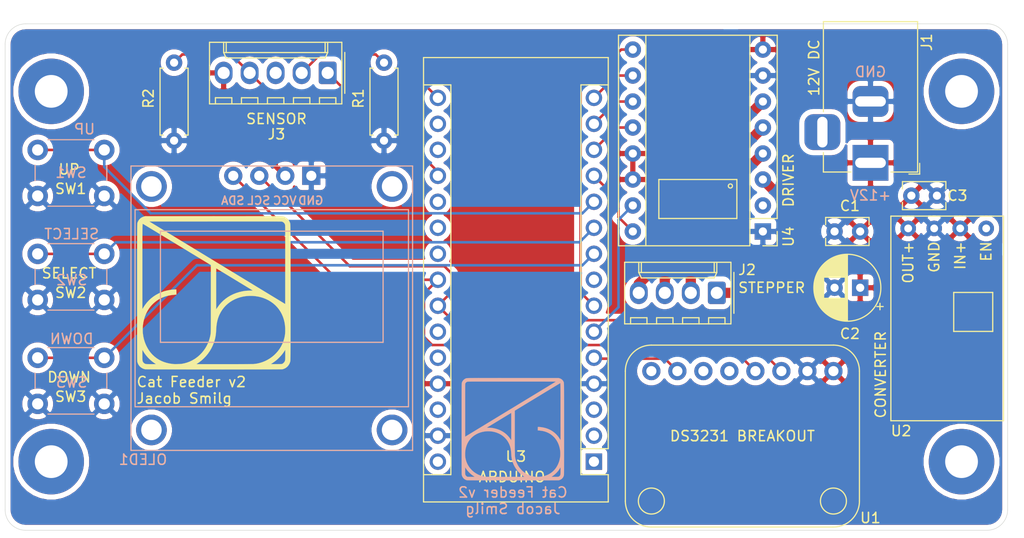
<source format=kicad_pcb>
(kicad_pcb (version 20171130) (host pcbnew "(5.1.10)-1")
  (layers (0 F.Cu signal) (31 B.Cu signal) (34 B.Paste user) (35 F.Paste user) (36 B.SilkS user) (37 F.SilkS user) (38 B.Mask user) (39 F.Mask user) (44 Edge.Cuts user))
  (net 0 "")
  (net 1 SENSOR)
  (net 2 +5V)
  (net 3 M2)
  (net 4 GND)
  (net 5 M1)
  (net 6 M0)
  (net 7 DOWN)
  (net 8 SELECT)
  (net 9 UP)
  (net 10 SCL)
  (net 11 SENSOR_ACTIVE)
  (net 12 SDA)
  (net 13 DIR)
  (net 14 STEP)
  (net 15 +12V)
  (net 16 "Net-(J3-Pad3)")
  (net 17 "Net-(J3-Pad2)")
  (net 18 "Net-(U1-Pad5)")
  (net 19 "Net-(U1-Pad6)")
  (net 20 "Net-(U1-Pad8)")
  (net 21 "Net-(U2-Pad4)")
  (net 22 1HZ_INT)
  (net 23 "Net-(J2-Pad4)")
  (net 24 "Net-(J2-Pad3)")
  (net 25 "Net-(J2-Pad2)")
  (net 26 "Net-(J2-Pad1)")
  (net 27 "Net-(U3-Pad1)")
  (net 28 "Net-(U3-Pad17)")
  (net 29 "Net-(U3-Pad2)")
  (net 30 "Net-(U3-Pad18)")
  (net 31 "Net-(U3-Pad3)")
  (net 32 "Net-(U3-Pad20)")
  (net 33 "Net-(U3-Pad21)")
  (net 34 "Net-(U3-Pad22)")
  (net 35 "Net-(U3-Pad8)")
  (net 36 "Net-(U3-Pad25)")
  (net 37 "Net-(U3-Pad26)")
  (net 38 "Net-(U3-Pad28)")
  (net 39 "Net-(U4-Pad2)")
  (net 40 STEPPER_EN)
  (net 41 "Net-(U3-Pad30)")
  (module @CatFeeder:logo_15mm (layer F.Cu) (at 92.075 121.285)
    (fp_text reference G*** hide)
    (fp_text value LOGO hide)
  )
  (module @CatFeeder:logo_10mm (layer B.Cu) (at 121.285 134.62 180)
    (fp_text reference G*** hide)
    (fp_text value LOGO hide)
  )
  (module @CatFeeder:BuckConverterBreakout (layer F.Cu) (at 163.7 123.795 90)
    (fp_text reference U2 (at -11 -4.5) (layer F.SilkS))
    (fp_text value BuckConverter)
    (fp_text user EN (at 7.62 3.81 90) (layer F.SilkS) (effects (justify right)))
    (fp_text user OUT+ (at 7.62 -3.81 90) (layer F.SilkS) (effects (justify right)))
    (fp_text user GND (at 7.62 -1.27 90) (layer F.SilkS) (effects (justify right)))
    (fp_text user IN+ (at 7.62 1.27 90) (layer F.SilkS) (effects (justify right)))
    (pad 3 thru_hole circle (at 8.8 1.27 90) (size 1.524 1.524) (drill 0.762) (layers *.Cu *.Mask) (net 15 +12V))
    (pad 4 thru_hole circle (at 8.8 3.81 90) (size 1.524 1.524) (drill 0.762) (layers *.Cu *.Mask) (net 21 "Net-(U2-Pad4)"))
    (pad 2 thru_hole circle (at 8.8 -1.27 90) (size 1.524 1.524) (drill 0.762) (layers *.Cu *.Mask) (net 4 GND))
    (pad 1 thru_hole circle (at 8.8 -3.81 90) (size 1.524 1.524) (drill 0.762) (layers *.Cu *.Mask) (net 2 +5V))
  )
  (module Module:Arduino_Nano (layer F.Cu) (at 129.2 137.795 180)
    (fp_text reference U3 (at 7.62 0.5) (layer F.SilkS))
    (fp_text value Arduino_Nano_v3.x)
    (pad 16 thru_hole oval (at 15.24 35.56 180) (size 1.6 1.6) (drill 1) (layers *.Cu *.Mask) (net 11 SENSOR_ACTIVE))
    (pad 15 thru_hole oval (at 0 35.56 180) (size 1.6 1.6) (drill 1) (layers *.Cu *.Mask) (net 6 M0))
    (pad 30 thru_hole oval (at 15.24 0 180) (size 1.6 1.6) (drill 1) (layers *.Cu *.Mask) (net 41 "Net-(U3-Pad30)"))
    (pad 14 thru_hole oval (at 0 33.02 180) (size 1.6 1.6) (drill 1) (layers *.Cu *.Mask) (net 5 M1))
    (pad 29 thru_hole oval (at 15.24 2.54 180) (size 1.6 1.6) (drill 1) (layers *.Cu *.Mask) (net 4 GND))
    (pad 13 thru_hole oval (at 0 30.48 180) (size 1.6 1.6) (drill 1) (layers *.Cu *.Mask) (net 3 M2))
    (pad 28 thru_hole oval (at 15.24 5.08 180) (size 1.6 1.6) (drill 1) (layers *.Cu *.Mask) (net 38 "Net-(U3-Pad28)"))
    (pad 12 thru_hole oval (at 0 27.94 180) (size 1.6 1.6) (drill 1) (layers *.Cu *.Mask) (net 13 DIR))
    (pad 27 thru_hole oval (at 15.24 7.62 180) (size 1.6 1.6) (drill 1) (layers *.Cu *.Mask) (net 2 +5V))
    (pad 11 thru_hole oval (at 0 25.4 180) (size 1.6 1.6) (drill 1) (layers *.Cu *.Mask) (net 9 UP))
    (pad 26 thru_hole oval (at 15.24 10.16 180) (size 1.6 1.6) (drill 1) (layers *.Cu *.Mask) (net 37 "Net-(U3-Pad26)"))
    (pad 10 thru_hole oval (at 0 22.86 180) (size 1.6 1.6) (drill 1) (layers *.Cu *.Mask) (net 8 SELECT))
    (pad 25 thru_hole oval (at 15.24 12.7 180) (size 1.6 1.6) (drill 1) (layers *.Cu *.Mask) (net 36 "Net-(U3-Pad25)"))
    (pad 9 thru_hole oval (at 0 20.32 180) (size 1.6 1.6) (drill 1) (layers *.Cu *.Mask) (net 7 DOWN))
    (pad 24 thru_hole oval (at 15.24 15.24 180) (size 1.6 1.6) (drill 1) (layers *.Cu *.Mask) (net 10 SCL))
    (pad 8 thru_hole oval (at 0 17.78 180) (size 1.6 1.6) (drill 1) (layers *.Cu *.Mask) (net 35 "Net-(U3-Pad8)"))
    (pad 23 thru_hole oval (at 15.24 17.78 180) (size 1.6 1.6) (drill 1) (layers *.Cu *.Mask) (net 12 SDA))
    (pad 7 thru_hole oval (at 0 15.24 180) (size 1.6 1.6) (drill 1) (layers *.Cu *.Mask) (net 40 STEPPER_EN))
    (pad 22 thru_hole oval (at 15.24 20.32 180) (size 1.6 1.6) (drill 1) (layers *.Cu *.Mask) (net 34 "Net-(U3-Pad22)"))
    (pad 6 thru_hole oval (at 0 12.7 180) (size 1.6 1.6) (drill 1) (layers *.Cu *.Mask) (net 14 STEP))
    (pad 21 thru_hole oval (at 15.24 22.86 180) (size 1.6 1.6) (drill 1) (layers *.Cu *.Mask) (net 33 "Net-(U3-Pad21)"))
    (pad 5 thru_hole oval (at 0 10.16 180) (size 1.6 1.6) (drill 1) (layers *.Cu *.Mask) (net 22 1HZ_INT))
    (pad 20 thru_hole oval (at 15.24 25.4 180) (size 1.6 1.6) (drill 1) (layers *.Cu *.Mask) (net 32 "Net-(U3-Pad20)"))
    (pad 4 thru_hole oval (at 0 7.62 180) (size 1.6 1.6) (drill 1) (layers *.Cu *.Mask) (net 4 GND))
    (pad 19 thru_hole oval (at 15.24 27.94 180) (size 1.6 1.6) (drill 1) (layers *.Cu *.Mask) (net 1 SENSOR))
    (pad 3 thru_hole oval (at 0 5.08 180) (size 1.6 1.6) (drill 1) (layers *.Cu *.Mask) (net 31 "Net-(U3-Pad3)"))
    (pad 18 thru_hole oval (at 15.24 30.48 180) (size 1.6 1.6) (drill 1) (layers *.Cu *.Mask) (net 30 "Net-(U3-Pad18)"))
    (pad 2 thru_hole oval (at 0 2.54 180) (size 1.6 1.6) (drill 1) (layers *.Cu *.Mask) (net 29 "Net-(U3-Pad2)"))
    (pad 17 thru_hole oval (at 15.24 33.02 180) (size 1.6 1.6) (drill 1) (layers *.Cu *.Mask) (net 28 "Net-(U3-Pad17)"))
    (pad 1 thru_hole rect (at 0 0 180) (size 1.6 1.6) (drill 1) (layers *.Cu *.Mask) (net 27 "Net-(U3-Pad1)"))
  )
  (module @CatFeeder:DRV8825Breakout (layer F.Cu) (at 145.7 115.295 180)
    (fp_text reference U4 (at -2.5 -0.5 90) (layer F.SilkS))
    (fp_text value DRV8825)
    (pad 16 thru_hole oval (at 12.7 0 180) (size 1.6 1.6) (drill 0.8) (layers *.Cu *.Mask) (net 13 DIR))
    (pad 8 thru_hole oval (at 0 17.78 180) (size 1.6 1.6) (drill 0.8) (layers *.Cu *.Mask) (net 15 +12V))
    (pad 15 thru_hole oval (at 12.7 2.54 180) (size 1.6 1.6) (drill 0.8) (layers *.Cu *.Mask) (net 14 STEP))
    (pad 7 thru_hole oval (at 0 15.24 180) (size 1.6 1.6) (drill 0.8) (layers *.Cu *.Mask) (net 4 GND))
    (pad 14 thru_hole oval (at 12.7 5.08 180) (size 1.6 1.6) (drill 0.8) (layers *.Cu *.Mask) (net 2 +5V))
    (pad 6 thru_hole oval (at 0 12.7 180) (size 1.6 1.6) (drill 0.8) (layers *.Cu *.Mask) (net 23 "Net-(J2-Pad4)"))
    (pad 13 thru_hole oval (at 12.7 7.62 180) (size 1.6 1.6) (drill 0.8) (layers *.Cu *.Mask) (net 2 +5V))
    (pad 5 thru_hole oval (at 0 10.16 180) (size 1.6 1.6) (drill 0.8) (layers *.Cu *.Mask) (net 24 "Net-(J2-Pad3)"))
    (pad 12 thru_hole oval (at 12.7 10.16 180) (size 1.6 1.6) (drill 0.8) (layers *.Cu *.Mask) (net 3 M2))
    (pad 4 thru_hole oval (at 0 7.62 180) (size 1.6 1.6) (drill 0.8) (layers *.Cu *.Mask) (net 25 "Net-(J2-Pad2)"))
    (pad 11 thru_hole oval (at 12.7 12.7 180) (size 1.6 1.6) (drill 0.8) (layers *.Cu *.Mask) (net 5 M1))
    (pad 3 thru_hole oval (at 0 5.08 180) (size 1.6 1.6) (drill 0.8) (layers *.Cu *.Mask) (net 26 "Net-(J2-Pad1)"))
    (pad 10 thru_hole oval (at 12.7 15.24 180) (size 1.6 1.6) (drill 0.8) (layers *.Cu *.Mask) (net 6 M0))
    (pad 2 thru_hole oval (at 0 2.54 180) (size 1.6 1.6) (drill 0.8) (layers *.Cu *.Mask) (net 39 "Net-(U4-Pad2)"))
    (pad 9 thru_hole oval (at 12.7 17.78 180) (size 1.6 1.6) (drill 0.8) (layers *.Cu *.Mask) (net 40 STEPPER_EN))
    (pad 1 thru_hole rect (at 0 0 180) (size 1.6 1.6) (drill 0.8) (layers *.Cu *.Mask) (net 4 GND))
  )
  (module MountingHole:MountingHole_3.2mm_M3_Pad (layer F.Cu) (at 165.1 137.795)
    (fp_text reference REF** hide)
    (fp_text value MountingHole_3.2mm_M3_Pad hide)
    (pad 1 thru_hole circle (at 0 0) (size 6.4 6.4) (drill 3.2) (layers *.Cu *.Mask))
  )
  (module MountingHole:MountingHole_3.2mm_M3_Pad (layer F.Cu) (at 76.2 137.795)
    (fp_text reference REF** hide)
    (fp_text value MountingHole_3.2mm_M3_Pad hide)
    (pad 1 thru_hole circle (at 0 0) (size 6.4 6.4) (drill 3.2) (layers *.Cu *.Mask))
  )
  (module MountingHole:MountingHole_3.2mm_M3_Pad (layer F.Cu) (at 165.1 101.6)
    (fp_text reference REF** hide)
    (fp_text value MountingHole_3.2mm_M3_Pad hide)
    (pad 1 thru_hole circle (at 0 0) (size 6.4 6.4) (drill 3.2) (layers *.Cu *.Mask))
  )
  (module MountingHole:MountingHole_3.2mm_M3_Pad (layer F.Cu) (at 76.2 101.6)
    (fp_text reference REF** hide)
    (fp_text value MountingHole_3.2mm_M3_Pad hide)
    (pad 1 thru_hole circle (at 0 0) (size 6.4 6.4) (drill 3.2) (layers *.Cu *.Mask))
  )
  (module @CatFeeder:i2cOLED (layer B.Cu) (at 97.74 122.796 180)
    (fp_text reference OLED1 (at 12.5798 -14.8036) (layer B.SilkS) (effects (justify mirror)))
    (fp_text value I2COLEDDisplay)
    (fp_text user GND (at -3.81 10.522 180) (layer B.SilkS) (effects (font (size 0.8 0.8)) (justify mirror)))
    (fp_text user VCC (at -1.27 10.522 180) (layer B.SilkS) (effects (font (size 0.8 0.8)) (justify mirror)))
    (fp_text user SCL (at 1.27 10.522 180) (layer B.SilkS) (effects (font (size 0.8 0.8)) (justify mirror)))
    (fp_text user SDA (at 3.81 10.522 180) (layer B.SilkS) (effects (font (size 0.8 0.8)) (justify mirror)))
    (pad 4 thru_hole circle (at 3.76 12.941 180) (size 1.778 1.778) (drill 0.9906) (layers *.Cu *.Mask) (net 12 SDA))
    (pad 3 thru_hole circle (at 1.22 12.941 180) (size 1.778 1.778) (drill 0.9906) (layers *.Cu *.Mask) (net 10 SCL))
    (pad 2 thru_hole circle (at -1.32 12.941 180) (size 1.778 1.778) (drill 0.9906) (layers *.Cu *.Mask) (net 2 +5V))
    (pad 1 thru_hole rect (at -3.86 12.941 180) (size 1.778 1.778) (drill 0.9906) (layers *.Cu *.Mask) (net 4 GND))
    (pad "" thru_hole circle (at -11.75 11.9 180) (size 3 3) (drill 2) (layers *.Cu *.Mask))
    (pad "" thru_hole circle (at -11.75 -11.9 180) (size 3 3) (drill 2) (layers *.Cu *.Mask))
    (pad "" thru_hole circle (at 11.75 -11.9 180) (size 3 3) (drill 2) (layers *.Cu *.Mask))
    (pad "" thru_hole circle (at 11.75 11.9 180) (size 3 3) (drill 2) (layers *.Cu *.Mask))
  )
  (module @CatFeeder:DS3231Breakout (layer F.Cu) (at 143.7 135.295 180)
    (fp_text reference U1 (at -12.5 -8) (layer F.SilkS))
    (fp_text value "DS3231 BREAKOUT")
    (fp_text user "DS3231 BREAKOUT" (at 0 0) (layer F.SilkS))
    (pad 1 thru_hole circle (at -8.89 6.35 180) (size 1.778 1.778) (drill 0.9906) (layers *.Cu *.Mask) (net 2 +5V))
    (pad 2 thru_hole circle (at -6.35 6.35 180) (size 1.778 1.778) (drill 0.9906) (layers *.Cu *.Mask) (net 4 GND))
    (pad 3 thru_hole circle (at -3.81 6.35 180) (size 1.778 1.778) (drill 0.9906) (layers *.Cu *.Mask) (net 10 SCL))
    (pad 4 thru_hole circle (at -1.27 6.35 180) (size 1.778 1.778) (drill 0.9906) (layers *.Cu *.Mask) (net 12 SDA))
    (pad 5 thru_hole circle (at 1.27 6.35 180) (size 1.778 1.778) (drill 0.9906) (layers *.Cu *.Mask) (net 18 "Net-(U1-Pad5)"))
    (pad 6 thru_hole circle (at 3.81 6.35 180) (size 1.778 1.778) (drill 0.9906) (layers *.Cu *.Mask) (net 19 "Net-(U1-Pad6)"))
    (pad 7 thru_hole circle (at 6.35 6.35 180) (size 1.778 1.778) (drill 0.9906) (layers *.Cu *.Mask) (net 22 1HZ_INT))
    (pad 8 thru_hole circle (at 8.89 6.35 180) (size 1.778 1.778) (drill 0.9906) (layers *.Cu *.Mask) (net 20 "Net-(U1-Pad8)"))
  )
  (module Button_Switch_THT:SW_PUSH_6mm (layer B.Cu) (at 74.8804 132.1456)
    (fp_text reference SW3 (at 3.3196 -2.1006) (layer B.SilkS) (effects (justify mirror)))
    (fp_text value DOWN)
    (pad 1 thru_hole circle (at 6.5 0 270) (size 2 2) (drill 1.1) (layers *.Cu *.Mask) (net 4 GND))
    (pad 2 thru_hole circle (at 6.5 -4.5 270) (size 2 2) (drill 1.1) (layers *.Cu *.Mask) (net 7 DOWN))
    (pad 1 thru_hole circle (at 0 0 270) (size 2 2) (drill 1.1) (layers *.Cu *.Mask) (net 4 GND))
    (pad 2 thru_hole circle (at 0 -4.5 270) (size 2 2) (drill 1.1) (layers *.Cu *.Mask) (net 7 DOWN))
  )
  (module Button_Switch_THT:SW_PUSH_6mm (layer B.Cu) (at 74.8804 121.9856)
    (fp_text reference SW2 (at 3.3196 -1.9406) (layer B.SilkS) (effects (justify mirror)))
    (fp_text value SELECT)
    (pad 1 thru_hole circle (at 6.5 0 270) (size 2 2) (drill 1.1) (layers *.Cu *.Mask) (net 4 GND))
    (pad 2 thru_hole circle (at 6.5 -4.5 270) (size 2 2) (drill 1.1) (layers *.Cu *.Mask) (net 8 SELECT))
    (pad 1 thru_hole circle (at 0 0 270) (size 2 2) (drill 1.1) (layers *.Cu *.Mask) (net 4 GND))
    (pad 2 thru_hole circle (at 0 -4.5 270) (size 2 2) (drill 1.1) (layers *.Cu *.Mask) (net 8 SELECT))
  )
  (module Button_Switch_THT:SW_PUSH_6mm (layer B.Cu) (at 74.8804 111.8256)
    (fp_text reference SW1 (at 3.25 -2.2806) (layer B.SilkS) (effects (justify mirror)))
    (fp_text value UP)
    (pad 1 thru_hole circle (at 6.5 0 270) (size 2 2) (drill 1.1) (layers *.Cu *.Mask) (net 4 GND))
    (pad 2 thru_hole circle (at 6.5 -4.5 270) (size 2 2) (drill 1.1) (layers *.Cu *.Mask) (net 9 UP))
    (pad 1 thru_hole circle (at 0 0 270) (size 2 2) (drill 1.1) (layers *.Cu *.Mask) (net 4 GND))
    (pad 2 thru_hole circle (at 0 -4.5 270) (size 2 2) (drill 1.1) (layers *.Cu *.Mask) (net 9 UP))
  )
  (module Resistor_THT:R_Axial_DIN0207_L6.3mm_D2.5mm_P7.62mm_Horizontal (layer F.Cu) (at 88.2 98.795 270)
    (fp_text reference R2 (at 3.5 2.5 90) (layer F.SilkS))
    (fp_text value 100KΩ)
    (pad 2 thru_hole oval (at 7.62 0 270) (size 1.6 1.6) (drill 0.8) (layers *.Cu *.Mask) (net 4 GND))
    (pad 1 thru_hole circle (at 0 0 270) (size 1.6 1.6) (drill 0.8) (layers *.Cu *.Mask) (net 1 SENSOR))
  )
  (module Resistor_THT:R_Axial_DIN0207_L6.3mm_D2.5mm_P7.62mm_Horizontal (layer F.Cu) (at 108.7 98.795 270)
    (fp_text reference R1 (at 3.5 2.5 90) (layer F.SilkS))
    (fp_text value 100Ω)
    (pad 2 thru_hole oval (at 7.62 0 270) (size 1.6 1.6) (drill 0.8) (layers *.Cu *.Mask) (net 4 GND))
    (pad 1 thru_hole circle (at 0 0 270) (size 1.6 1.6) (drill 0.8) (layers *.Cu *.Mask) (net 17 "Net-(J3-Pad2)"))
  )
  (module Connector_Molex:Molex_KK-254_AE-6410-05A_1x05_P2.54mm_Vertical (layer F.Cu) (at 103.2 99.795 180)
    (fp_text reference J3 (at 5 -6) (layer F.SilkS))
    (fp_text value OP740WZ)
    (pad 5 thru_hole oval (at 10.16 0 180) (size 1.74 2.19) (drill 1.19) (layers *.Cu *.Mask) (net 2 +5V))
    (pad 4 thru_hole oval (at 7.62 0 180) (size 1.74 2.19) (drill 1.19) (layers *.Cu *.Mask) (net 1 SENSOR))
    (pad 3 thru_hole oval (at 5.08 0 180) (size 1.74 2.19) (drill 1.19) (layers *.Cu *.Mask) (net 16 "Net-(J3-Pad3)"))
    (pad 2 thru_hole oval (at 2.54 0 180) (size 1.74 2.19) (drill 1.19) (layers *.Cu *.Mask) (net 17 "Net-(J3-Pad2)"))
    (pad 1 thru_hole roundrect (at 0 0 180) (size 1.74 2.19) (drill 1.19) (layers *.Cu *.Mask) (roundrect_rratio 0.1436775862068966) (net 11 SENSOR_ACTIVE))
  )
  (module Connector_Molex:Molex_KK-254_AE-6410-04A_1x04_P2.54mm_Vertical (layer F.Cu) (at 141.2 121.295 180)
    (fp_text reference J2 (at -2 2.25) (layer F.SilkS) (effects (justify left)))
    (fp_text value STEPPER)
    (pad 4 thru_hole oval (at 7.62 0 180) (size 1.74 2.19) (drill 1.19) (layers *.Cu *.Mask) (net 23 "Net-(J2-Pad4)"))
    (pad 3 thru_hole oval (at 5.08 0 180) (size 1.74 2.19) (drill 1.19) (layers *.Cu *.Mask) (net 24 "Net-(J2-Pad3)"))
    (pad 2 thru_hole oval (at 2.54 0 180) (size 1.74 2.19) (drill 1.19) (layers *.Cu *.Mask) (net 25 "Net-(J2-Pad2)"))
    (pad 1 thru_hole roundrect (at 0 0 180) (size 1.74 2.19) (drill 1.19) (layers *.Cu *.Mask) (roundrect_rratio 0.1436775862068966) (net 26 "Net-(J2-Pad1)"))
  )
  (module Connector_BarrelJack:BarrelJack_Horizontal (layer F.Cu) (at 156.21 108.585 270)
    (fp_text reference J1 (at -11.79 -5.49 90) (layer F.SilkS))
    (fp_text value Barrel_Jack)
    (pad 3 thru_hole roundrect (at -3 4.7 270) (size 3.5 3.5) (drill oval 3 1) (layers *.Cu *.Mask))
    (pad 2 thru_hole roundrect (at -6 0 270) (size 3 3.5) (drill oval 1 3) (layers *.Cu *.Mask) (net 4 GND))
    (pad 1 thru_hole rect (at 0 0 270) (size 3.5 3.5) (drill oval 1 3) (layers *.Cu *.Mask) (net 15 +12V))
  )
  (module Capacitor_THT:C_Rect_L4.0mm_W2.5mm_P2.50mm (layer F.Cu) (at 160.2 111.795)
    (fp_text reference C3 (at 4.5 0 180) (layer F.SilkS))
    (fp_text value 0.1μF)
    (pad 1 thru_hole circle (at 0 0) (size 1.6 1.6) (drill 0.8) (layers *.Cu *.Mask) (net 2 +5V))
    (pad 2 thru_hole circle (at 2.5 0) (size 1.6 1.6) (drill 0.8) (layers *.Cu *.Mask) (net 4 GND))
  )
  (module Capacitor_THT:CP_Radial_D6.3mm_P2.50mm (layer F.Cu) (at 155.2 120.795 180)
    (fp_text reference C2 (at 1 -4.5 180) (layer F.SilkS))
    (fp_text value 100μF)
    (pad 2 thru_hole circle (at 2.5 0 180) (size 1.6 1.6) (drill 0.8) (layers *.Cu *.Mask) (net 4 GND))
    (pad 1 thru_hole rect (at 0 0 180) (size 1.6 1.6) (drill 0.8) (layers *.Cu *.Mask) (net 15 +12V))
  )
  (module Capacitor_THT:C_Rect_L4.0mm_W2.5mm_P2.50mm (layer F.Cu) (at 155.2 115.295 180)
    (fp_text reference C1 (at 1 2.5 180) (layer F.SilkS))
    (fp_text value 0.1μF)
    (pad 1 thru_hole circle (at 0 0 180) (size 1.6 1.6) (drill 0.8) (layers *.Cu *.Mask) (net 15 +12V))
    (pad 2 thru_hole circle (at 2.5 0 180) (size 1.6 1.6) (drill 0.8) (layers *.Cu *.Mask) (net 4 GND))
  )
  (gr_text SW3 (at 78.105 131.445) (layer F.SilkS) (effects (font (size 1 1))))
  (gr_text SW2 (at 78.105 121.285) (layer F.SilkS) (effects (font (size 1 1))))
  (gr_text SW1 (at 78.105 111.125) (layer F.SilkS) (effects (font (size 1 1))))
  (gr_text GND (at 156.21 99.695) (layer B.SilkS) (effects (font (size 1 1)) (justify mirror)))
  (gr_text +12V (at 156.21 111.76) (layer B.SilkS) (effects (font (size 1 1)) (justify mirror)))
  (gr_text CONVERTER (at 157.2 129.295 90) (layer F.SilkS) (effects (font (size 1 1))))
  (gr_arc (start 73.7 142.5) (end 71.7 142.5) (angle -90) (layer Edge.Cuts) (width 0.05))
  (gr_arc (start 73.7 97) (end 73.7 95) (angle -90) (layer Edge.Cuts) (width 0.05))
  (gr_arc (start 167.6 97) (end 169.6 97) (angle -90) (layer Edge.Cuts) (width 0.05))
  (gr_arc (start 167.6 142.5) (end 169.6 142.5) (angle 90) (layer Edge.Cuts) (width 0.05))
  (gr_text "Cat Feeder v2\nJacob Smilg" (at 121.285 141.605) (layer B.SilkS) (effects (font (size 1 1)) (justify mirror)))
  (gr_text "Cat Feeder v2\nJacob Smilg" (at 84.455 130.81) (layer F.SilkS) (effects (font (size 1 1)) (justify left)))
  (gr_text DOWN (at 77.95 129.54) (layer F.SilkS) (effects (font (size 1 1))))
  (gr_text SELECT (at 77.95 119.38) (layer F.SilkS) (effects (font (size 1 1))))
  (gr_text UP (at 77.95 109.22) (layer F.SilkS) (effects (font (size 1 1))))
  (gr_text UP (at 79.45 105.295) (layer B.SilkS) (effects (font (size 1 1)) (justify mirror)))
  (gr_text SELECT (at 78.2 115.545) (layer B.SilkS) (effects (font (size 1 1)) (justify mirror)))
  (gr_text DOWN (at 78.2 125.795) (layer B.SilkS) (effects (font (size 1 1)) (justify mirror)))
  (gr_text "12V DC" (at 150.7 99.295 90) (layer F.SilkS) (effects (font (size 1 1))))
  (gr_text DRIVER (at 148.2 110.295 90) (layer F.SilkS) (effects (font (size 1 1))))
  (gr_text STEPPER (at 143.2 120.795) (layer F.SilkS) (effects (font (size 1 1)) (justify left)))
  (gr_text ARDUINO (at 121.2 139.295) (layer F.SilkS) (effects (font (size 1 1))))
  (gr_text SENSOR (at 98.2 104.295) (layer F.SilkS) (effects (font (size 1 1))))
  (gr_line (start 167.6 95) (end 73.7 95) (layer Edge.Cuts) (width 0.05))
  (gr_line (start 169.6 142.5) (end 169.6 97) (layer Edge.Cuts) (width 0.05))
  (gr_line (start 73.7 144.5) (end 167.6 144.5) (layer Edge.Cuts) (width 0.05))
  (gr_line (start 71.7 97) (end 71.7 142.5) (layer Edge.Cuts) (width 0.05))
  (segment (start 93.780001 97.995001) (end 95.58 99.795) (width 0.25) (layer F.Cu) (net 1))
  (segment (start 88.999999 97.995001) (end 93.780001 97.995001) (width 0.25) (layer F.Cu) (net 1))
  (segment (start 88.2 98.795) (end 88.999999 97.995001) (width 0.25) (layer F.Cu) (net 1))
  (segment (start 113.96 109.455) (end 113.96 109.855) (width 0.25) (layer F.Cu) (net 1))
  (segment (start 106.2 101.695) (end 113.96 109.455) (width 0.25) (layer F.Cu) (net 1))
  (segment (start 97.48 101.695) (end 106.2 101.695) (width 0.25) (layer F.Cu) (net 1))
  (segment (start 95.58 99.795) (end 97.48 101.695) (width 0.25) (layer F.Cu) (net 1))
  (segment (start 131.38 105.135) (end 129.2 107.315) (width 0.25) (layer F.Cu) (net 3))
  (segment (start 133 105.135) (end 131.38 105.135) (width 0.25) (layer F.Cu) (net 3))
  (segment (start 131.38 102.595) (end 129.2 104.775) (width 0.25) (layer F.Cu) (net 5))
  (segment (start 133 102.595) (end 131.38 102.595) (width 0.25) (layer F.Cu) (net 5))
  (segment (start 131.38 100.055) (end 129.2 102.235) (width 0.25) (layer F.Cu) (net 6))
  (segment (start 133 100.055) (end 131.38 100.055) (width 0.25) (layer F.Cu) (net 6))
  (segment (start 90.425999 118.600001) (end 81.3804 127.6456) (width 0.25) (layer B.Cu) (net 7))
  (segment (start 128.074999 118.600001) (end 90.425999 118.600001) (width 0.25) (layer B.Cu) (net 7))
  (segment (start 129.2 117.475) (end 128.074999 118.600001) (width 0.25) (layer B.Cu) (net 7))
  (segment (start 81.3804 127.6456) (end 74.8804 127.6456) (width 0.25) (layer F.Cu) (net 7))
  (segment (start 82.516001 116.349999) (end 81.3804 117.4856) (width 0.25) (layer B.Cu) (net 8))
  (segment (start 127.785001 116.349999) (end 82.516001 116.349999) (width 0.25) (layer B.Cu) (net 8))
  (segment (start 129.2 114.935) (end 127.785001 116.349999) (width 0.25) (layer B.Cu) (net 8))
  (segment (start 74.8804 117.4856) (end 81.3804 117.4856) (width 0.25) (layer F.Cu) (net 8))
  (segment (start 85.912999 113.520001) (end 81.3804 108.987402) (width 0.25) (layer B.Cu) (net 9))
  (segment (start 128.074999 113.520001) (end 85.912999 113.520001) (width 0.25) (layer B.Cu) (net 9))
  (segment (start 81.3804 108.987402) (end 81.3804 107.3256) (width 0.25) (layer B.Cu) (net 9))
  (segment (start 129.2 112.395) (end 128.074999 113.520001) (width 0.25) (layer B.Cu) (net 9))
  (segment (start 81.3804 107.3256) (end 74.8804 107.3256) (width 0.25) (layer F.Cu) (net 9))
  (segment (start 142.534999 123.969999) (end 147.51 128.945) (width 0.25) (layer F.Cu) (net 10))
  (segment (start 115.374999 123.969999) (end 142.534999 123.969999) (width 0.25) (layer F.Cu) (net 10))
  (segment (start 113.96 122.555) (end 115.374999 123.969999) (width 0.25) (layer F.Cu) (net 10))
  (segment (start 115.3 121.215) (end 113.96 122.555) (width 0.25) (layer F.Cu) (net 10))
  (segment (start 115.3 119.395) (end 115.3 121.215) (width 0.25) (layer F.Cu) (net 10))
  (segment (start 114.6 118.695) (end 115.3 119.395) (width 0.25) (layer F.Cu) (net 10))
  (segment (start 105.36 118.695) (end 114.6 118.695) (width 0.25) (layer F.Cu) (net 10))
  (segment (start 96.52 109.855) (end 105.36 118.695) (width 0.25) (layer F.Cu) (net 10))
  (segment (start 104.64999 101.24499) (end 103.2 99.795) (width 0.25) (layer F.Cu) (net 11))
  (segment (start 112.96999 101.24499) (end 104.64999 101.24499) (width 0.25) (layer F.Cu) (net 11))
  (segment (start 113.96 102.235) (end 112.96999 101.24499) (width 0.25) (layer F.Cu) (net 11))
  (segment (start 104.14 120.015) (end 113.96 120.015) (width 0.25) (layer F.Cu) (net 12))
  (segment (start 93.98 109.855) (end 104.14 120.015) (width 0.25) (layer F.Cu) (net 12))
  (segment (start 142.42 126.395) (end 144.97 128.945) (width 0.25) (layer F.Cu) (net 12))
  (segment (start 113.4 126.395) (end 142.42 126.395) (width 0.25) (layer F.Cu) (net 12))
  (segment (start 112.6 125.595) (end 113.4 126.395) (width 0.25) (layer F.Cu) (net 12))
  (segment (start 112.6 121.375) (end 112.6 125.595) (width 0.25) (layer F.Cu) (net 12))
  (segment (start 113.96 120.015) (end 112.6 121.375) (width 0.25) (layer F.Cu) (net 12))
  (segment (start 131.6 112.255) (end 129.2 109.855) (width 0.25) (layer F.Cu) (net 13))
  (segment (start 131.6 113.895) (end 131.6 112.255) (width 0.25) (layer F.Cu) (net 13))
  (segment (start 133 115.295) (end 131.6 113.895) (width 0.25) (layer F.Cu) (net 13))
  (segment (start 131.6 122.695) (end 129.2 125.095) (width 0.25) (layer B.Cu) (net 14))
  (segment (start 131.6 114.155) (end 131.6 122.695) (width 0.25) (layer B.Cu) (net 14))
  (segment (start 133 112.755) (end 131.6 114.155) (width 0.25) (layer B.Cu) (net 14))
  (segment (start 102.459999 97.995001) (end 100.66 99.795) (width 0.25) (layer F.Cu) (net 17))
  (segment (start 107.900001 97.995001) (end 102.459999 97.995001) (width 0.25) (layer F.Cu) (net 17))
  (segment (start 108.7 98.795) (end 107.900001 97.995001) (width 0.25) (layer F.Cu) (net 17))
  (segment (start 137.35 128.945) (end 136.135999 127.730999) (width 0.25) (layer F.Cu) (net 22))
  (segment (start 136.135999 127.730999) (end 129.295999 127.730999) (width 0.25) (layer F.Cu) (net 22))
  (segment (start 129.295999 127.730999) (end 129.2 127.635) (width 0.25) (layer F.Cu) (net 22))
  (segment (start 133.58 121.295) (end 133.58 120.415) (width 1) (layer F.Cu) (net 23))
  (segment (start 133.58 120.415) (end 140.89999 113.09501) (width 1) (layer F.Cu) (net 23))
  (segment (start 140.89999 107.39501) (end 140.89999 113.09501) (width 1) (layer F.Cu) (net 23))
  (segment (start 145.7 102.595) (end 140.89999 107.39501) (width 1) (layer F.Cu) (net 23))
  (segment (start 136.12 119.786509) (end 142.2 113.70651) (width 1) (layer F.Cu) (net 24))
  (segment (start 136.12 121.295) (end 136.12 119.786509) (width 1) (layer F.Cu) (net 24))
  (segment (start 142.2 108.635) (end 142.2 113.70651) (width 1) (layer F.Cu) (net 24))
  (segment (start 145.7 105.135) (end 142.2 108.635) (width 1) (layer F.Cu) (net 24))
  (segment (start 138.66 119.085) (end 143.7 114.045) (width 1) (layer F.Cu) (net 25))
  (segment (start 138.66 121.295) (end 138.66 119.085) (width 1) (layer F.Cu) (net 25))
  (segment (start 143.7 109.675) (end 143.7 114.045) (width 1) (layer F.Cu) (net 25))
  (segment (start 145.7 107.675) (end 143.7 109.675) (width 1) (layer F.Cu) (net 25))
  (segment (start 142.7 121.295) (end 141.2 121.295) (width 1) (layer F.Cu) (net 26))
  (segment (start 147.95 116.045) (end 142.7 121.295) (width 1) (layer F.Cu) (net 26))
  (segment (start 147.95 112.465) (end 147.95 116.045) (width 1) (layer F.Cu) (net 26))
  (segment (start 145.7 110.215) (end 147.95 112.465) (width 1) (layer F.Cu) (net 26))
  (segment (start 127.9 121.255) (end 127.9 101.48363) (width 0.25) (layer F.Cu) (net 40))
  (segment (start 131.86863 97.515) (end 133 97.515) (width 0.25) (layer F.Cu) (net 40))
  (segment (start 127.9 101.48363) (end 131.86863 97.515) (width 0.25) (layer F.Cu) (net 40))
  (segment (start 129.2 122.555) (end 127.9 121.255) (width 0.25) (layer F.Cu) (net 40))
  (zone (net 2) (net_name +5V) (layer F.Cu) (connect_pads (clearance 0.508)) (min_thickness 0.254) (fill yes (arc_segments 32) (thermal_gap 0.508) (thermal_bridge_width 0.508))
    (polygon (pts (xy 141.95 108.295) (xy 150.2 108.295) (xy 150.2 124.045) (xy 158.7 124.045) (xy 158.7 111.045) (xy 159.95 110.045) (xy 161.95 110.045) (xy 161.95 117.545) (xy 171.2 117.545) (xy 171.2 145.295) (xy 71.2 145.295) (xy 71.2 92.795) (xy 141.95 92.795)))
  )
  (zone (net 15) (net_name +12V) (layer F.Cu) (connect_pads (clearance 0.508)) (min_thickness 0.254) (fill yes (arc_segments 32) (thermal_gap 0.508) (thermal_bridge_width 0.508))
    (polygon (pts (xy 171.2 92.795) (xy 171.2 116.545) (xy 163.7 116.545) (xy 163.7 109.045) (xy 159.7 109.045) (xy 157.95 110.795) (xy 157.95 122.795) (xy 151.2 122.795) (xy 151.2 111.795) (xy 151.2 100.795) (xy 143.2 100.795) (xy 143.2 92.795)))
  )
  (zone (net 4) (net_name GND) (layer B.Cu) (connect_pads (clearance 0.508)) (min_thickness 0.254) (fill yes (arc_segments 32) (thermal_gap 0.508) (thermal_bridge_width 0.508))
    (polygon (pts (xy 171.2 92.795) (xy 171.2 145.295) (xy 71.2 145.295) (xy 71.2 92.795)))
  )
)
</source>
